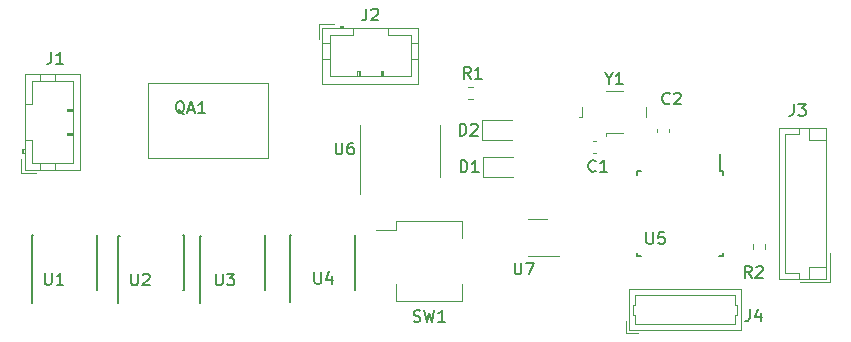
<source format=gbr>
%TF.GenerationSoftware,KiCad,Pcbnew,(6.0.7)*%
%TF.CreationDate,2023-02-24T11:48:17+01:00*%
%TF.ProjectId,freqcount,66726571-636f-4756-9e74-2e6b69636164,rev?*%
%TF.SameCoordinates,PX640f3c0PY67de938*%
%TF.FileFunction,Legend,Top*%
%TF.FilePolarity,Positive*%
%FSLAX46Y46*%
G04 Gerber Fmt 4.6, Leading zero omitted, Abs format (unit mm)*
G04 Created by KiCad (PCBNEW (6.0.7)) date 2023-02-24 11:48:17*
%MOMM*%
%LPD*%
G01*
G04 APERTURE LIST*
%ADD10C,0.150000*%
%ADD11C,0.120000*%
G04 APERTURE END LIST*
D10*
%TO.C,J4*%
X64676666Y2612620D02*
X64676666Y1898334D01*
X64629047Y1755477D01*
X64533809Y1660239D01*
X64390952Y1612620D01*
X64295714Y1612620D01*
X65581428Y2279286D02*
X65581428Y1612620D01*
X65343333Y2660239D02*
X65105238Y1945953D01*
X65724285Y1945953D01*
%TO.C,J1*%
X5536666Y24387620D02*
X5536666Y23673334D01*
X5489047Y23530477D01*
X5393809Y23435239D01*
X5250952Y23387620D01*
X5155714Y23387620D01*
X6536666Y23387620D02*
X5965238Y23387620D01*
X6250952Y23387620D02*
X6250952Y24387620D01*
X6155714Y24244762D01*
X6060476Y24149524D01*
X5965238Y24101905D01*
%TO.C,U6*%
X29598095Y16727620D02*
X29598095Y15918096D01*
X29645714Y15822858D01*
X29693333Y15775239D01*
X29788571Y15727620D01*
X29979047Y15727620D01*
X30074285Y15775239D01*
X30121904Y15822858D01*
X30169523Y15918096D01*
X30169523Y16727620D01*
X31074285Y16727620D02*
X30883809Y16727620D01*
X30788571Y16680000D01*
X30740952Y16632381D01*
X30645714Y16489524D01*
X30598095Y16299048D01*
X30598095Y15918096D01*
X30645714Y15822858D01*
X30693333Y15775239D01*
X30788571Y15727620D01*
X30979047Y15727620D01*
X31074285Y15775239D01*
X31121904Y15822858D01*
X31169523Y15918096D01*
X31169523Y16156191D01*
X31121904Y16251429D01*
X31074285Y16299048D01*
X30979047Y16346667D01*
X30788571Y16346667D01*
X30693333Y16299048D01*
X30645714Y16251429D01*
X30598095Y16156191D01*
%TO.C,R2*%
X64813333Y5257620D02*
X64480000Y5733810D01*
X64241904Y5257620D02*
X64241904Y6257620D01*
X64622857Y6257620D01*
X64718095Y6210000D01*
X64765714Y6162381D01*
X64813333Y6067143D01*
X64813333Y5924286D01*
X64765714Y5829048D01*
X64718095Y5781429D01*
X64622857Y5733810D01*
X64241904Y5733810D01*
X65194285Y6162381D02*
X65241904Y6210000D01*
X65337142Y6257620D01*
X65575238Y6257620D01*
X65670476Y6210000D01*
X65718095Y6162381D01*
X65765714Y6067143D01*
X65765714Y5971905D01*
X65718095Y5829048D01*
X65146666Y5257620D01*
X65765714Y5257620D01*
%TO.C,D1*%
X40191904Y14217620D02*
X40191904Y15217620D01*
X40430000Y15217620D01*
X40572857Y15170000D01*
X40668095Y15074762D01*
X40715714Y14979524D01*
X40763333Y14789048D01*
X40763333Y14646191D01*
X40715714Y14455715D01*
X40668095Y14360477D01*
X40572857Y14265239D01*
X40430000Y14217620D01*
X40191904Y14217620D01*
X41715714Y14217620D02*
X41144285Y14217620D01*
X41430000Y14217620D02*
X41430000Y15217620D01*
X41334761Y15074762D01*
X41239523Y14979524D01*
X41144285Y14931905D01*
%TO.C,D2*%
X40101904Y17317620D02*
X40101904Y18317620D01*
X40340000Y18317620D01*
X40482857Y18270000D01*
X40578095Y18174762D01*
X40625714Y18079524D01*
X40673333Y17889048D01*
X40673333Y17746191D01*
X40625714Y17555715D01*
X40578095Y17460477D01*
X40482857Y17365239D01*
X40340000Y17317620D01*
X40101904Y17317620D01*
X41054285Y18222381D02*
X41101904Y18270000D01*
X41197142Y18317620D01*
X41435238Y18317620D01*
X41530476Y18270000D01*
X41578095Y18222381D01*
X41625714Y18127143D01*
X41625714Y18031905D01*
X41578095Y17889048D01*
X41006666Y17317620D01*
X41625714Y17317620D01*
%TO.C,C2*%
X57893333Y20047858D02*
X57845714Y20000239D01*
X57702857Y19952620D01*
X57607619Y19952620D01*
X57464761Y20000239D01*
X57369523Y20095477D01*
X57321904Y20190715D01*
X57274285Y20381191D01*
X57274285Y20524048D01*
X57321904Y20714524D01*
X57369523Y20809762D01*
X57464761Y20905000D01*
X57607619Y20952620D01*
X57702857Y20952620D01*
X57845714Y20905000D01*
X57893333Y20857381D01*
X58274285Y20857381D02*
X58321904Y20905000D01*
X58417142Y20952620D01*
X58655238Y20952620D01*
X58750476Y20905000D01*
X58798095Y20857381D01*
X58845714Y20762143D01*
X58845714Y20666905D01*
X58798095Y20524048D01*
X58226666Y19952620D01*
X58845714Y19952620D01*
%TO.C,R1*%
X41023333Y22137620D02*
X40690000Y22613810D01*
X40451904Y22137620D02*
X40451904Y23137620D01*
X40832857Y23137620D01*
X40928095Y23090000D01*
X40975714Y23042381D01*
X41023333Y22947143D01*
X41023333Y22804286D01*
X40975714Y22709048D01*
X40928095Y22661429D01*
X40832857Y22613810D01*
X40451904Y22613810D01*
X41975714Y22137620D02*
X41404285Y22137620D01*
X41690000Y22137620D02*
X41690000Y23137620D01*
X41594761Y22994762D01*
X41499523Y22899524D01*
X41404285Y22851905D01*
%TO.C,QA1*%
X16796190Y19142381D02*
X16700952Y19190000D01*
X16605714Y19285239D01*
X16462857Y19428096D01*
X16367619Y19475715D01*
X16272380Y19475715D01*
X16320000Y19237620D02*
X16224761Y19285239D01*
X16129523Y19380477D01*
X16081904Y19570953D01*
X16081904Y19904286D01*
X16129523Y20094762D01*
X16224761Y20190000D01*
X16320000Y20237620D01*
X16510476Y20237620D01*
X16605714Y20190000D01*
X16700952Y20094762D01*
X16748571Y19904286D01*
X16748571Y19570953D01*
X16700952Y19380477D01*
X16605714Y19285239D01*
X16510476Y19237620D01*
X16320000Y19237620D01*
X17129523Y19523334D02*
X17605714Y19523334D01*
X17034285Y19237620D02*
X17367619Y20237620D01*
X17700952Y19237620D01*
X18558095Y19237620D02*
X17986666Y19237620D01*
X18272380Y19237620D02*
X18272380Y20237620D01*
X18177142Y20094762D01*
X18081904Y19999524D01*
X17986666Y19951905D01*
%TO.C,C1*%
X51623333Y14347858D02*
X51575714Y14300239D01*
X51432857Y14252620D01*
X51337619Y14252620D01*
X51194761Y14300239D01*
X51099523Y14395477D01*
X51051904Y14490715D01*
X51004285Y14681191D01*
X51004285Y14824048D01*
X51051904Y15014524D01*
X51099523Y15109762D01*
X51194761Y15205000D01*
X51337619Y15252620D01*
X51432857Y15252620D01*
X51575714Y15205000D01*
X51623333Y15157381D01*
X52575714Y14252620D02*
X52004285Y14252620D01*
X52290000Y14252620D02*
X52290000Y15252620D01*
X52194761Y15109762D01*
X52099523Y15014524D01*
X52004285Y14966905D01*
%TO.C,Y1*%
X52713809Y22143810D02*
X52713809Y21667620D01*
X52380476Y22667620D02*
X52713809Y22143810D01*
X53047142Y22667620D01*
X53904285Y21667620D02*
X53332857Y21667620D01*
X53618571Y21667620D02*
X53618571Y22667620D01*
X53523333Y22524762D01*
X53428095Y22429524D01*
X53332857Y22381905D01*
%TO.C,U2*%
X12278095Y5637620D02*
X12278095Y4828096D01*
X12325714Y4732858D01*
X12373333Y4685239D01*
X12468571Y4637620D01*
X12659047Y4637620D01*
X12754285Y4685239D01*
X12801904Y4732858D01*
X12849523Y4828096D01*
X12849523Y5637620D01*
X13278095Y5542381D02*
X13325714Y5590000D01*
X13420952Y5637620D01*
X13659047Y5637620D01*
X13754285Y5590000D01*
X13801904Y5542381D01*
X13849523Y5447143D01*
X13849523Y5351905D01*
X13801904Y5209048D01*
X13230476Y4637620D01*
X13849523Y4637620D01*
%TO.C,U7*%
X44758095Y6567620D02*
X44758095Y5758096D01*
X44805714Y5662858D01*
X44853333Y5615239D01*
X44948571Y5567620D01*
X45139047Y5567620D01*
X45234285Y5615239D01*
X45281904Y5662858D01*
X45329523Y5758096D01*
X45329523Y6567620D01*
X45710476Y6567620D02*
X46377142Y6567620D01*
X45948571Y5567620D01*
%TO.C,U1*%
X4988095Y5697620D02*
X4988095Y4888096D01*
X5035714Y4792858D01*
X5083333Y4745239D01*
X5178571Y4697620D01*
X5369047Y4697620D01*
X5464285Y4745239D01*
X5511904Y4792858D01*
X5559523Y4888096D01*
X5559523Y5697620D01*
X6559523Y4697620D02*
X5988095Y4697620D01*
X6273809Y4697620D02*
X6273809Y5697620D01*
X6178571Y5554762D01*
X6083333Y5459524D01*
X5988095Y5411905D01*
%TO.C,J2*%
X32206666Y28077620D02*
X32206666Y27363334D01*
X32159047Y27220477D01*
X32063809Y27125239D01*
X31920952Y27077620D01*
X31825714Y27077620D01*
X32635238Y27982381D02*
X32682857Y28030000D01*
X32778095Y28077620D01*
X33016190Y28077620D01*
X33111428Y28030000D01*
X33159047Y27982381D01*
X33206666Y27887143D01*
X33206666Y27791905D01*
X33159047Y27649048D01*
X32587619Y27077620D01*
X33206666Y27077620D01*
%TO.C,U5*%
X55908095Y9137620D02*
X55908095Y8328096D01*
X55955714Y8232858D01*
X56003333Y8185239D01*
X56098571Y8137620D01*
X56289047Y8137620D01*
X56384285Y8185239D01*
X56431904Y8232858D01*
X56479523Y8328096D01*
X56479523Y9137620D01*
X57431904Y9137620D02*
X56955714Y9137620D01*
X56908095Y8661429D01*
X56955714Y8709048D01*
X57050952Y8756667D01*
X57289047Y8756667D01*
X57384285Y8709048D01*
X57431904Y8661429D01*
X57479523Y8566191D01*
X57479523Y8328096D01*
X57431904Y8232858D01*
X57384285Y8185239D01*
X57289047Y8137620D01*
X57050952Y8137620D01*
X56955714Y8185239D01*
X56908095Y8232858D01*
%TO.C,U3*%
X19458095Y5637620D02*
X19458095Y4828096D01*
X19505714Y4732858D01*
X19553333Y4685239D01*
X19648571Y4637620D01*
X19839047Y4637620D01*
X19934285Y4685239D01*
X19981904Y4732858D01*
X20029523Y4828096D01*
X20029523Y5637620D01*
X20410476Y5637620D02*
X21029523Y5637620D01*
X20696190Y5256667D01*
X20839047Y5256667D01*
X20934285Y5209048D01*
X20981904Y5161429D01*
X21029523Y5066191D01*
X21029523Y4828096D01*
X20981904Y4732858D01*
X20934285Y4685239D01*
X20839047Y4637620D01*
X20553333Y4637620D01*
X20458095Y4685239D01*
X20410476Y4732858D01*
%TO.C,J3*%
X68386666Y19997620D02*
X68386666Y19283334D01*
X68339047Y19140477D01*
X68243809Y19045239D01*
X68100952Y18997620D01*
X68005714Y18997620D01*
X68767619Y19997620D02*
X69386666Y19997620D01*
X69053333Y19616667D01*
X69196190Y19616667D01*
X69291428Y19569048D01*
X69339047Y19521429D01*
X69386666Y19426191D01*
X69386666Y19188096D01*
X69339047Y19092858D01*
X69291428Y19045239D01*
X69196190Y18997620D01*
X68910476Y18997620D01*
X68815238Y19045239D01*
X68767619Y19092858D01*
%TO.C,U4*%
X27798095Y5777620D02*
X27798095Y4968096D01*
X27845714Y4872858D01*
X27893333Y4825239D01*
X27988571Y4777620D01*
X28179047Y4777620D01*
X28274285Y4825239D01*
X28321904Y4872858D01*
X28369523Y4968096D01*
X28369523Y5777620D01*
X29274285Y5444286D02*
X29274285Y4777620D01*
X29036190Y5825239D02*
X28798095Y5110953D01*
X29417142Y5110953D01*
%TO.C,SW1*%
X36196666Y1595239D02*
X36339523Y1547620D01*
X36577619Y1547620D01*
X36672857Y1595239D01*
X36720476Y1642858D01*
X36768095Y1738096D01*
X36768095Y1833334D01*
X36720476Y1928572D01*
X36672857Y1976191D01*
X36577619Y2023810D01*
X36387142Y2071429D01*
X36291904Y2119048D01*
X36244285Y2166667D01*
X36196666Y2261905D01*
X36196666Y2357143D01*
X36244285Y2452381D01*
X36291904Y2500000D01*
X36387142Y2547620D01*
X36625238Y2547620D01*
X36768095Y2500000D01*
X37101428Y2547620D02*
X37339523Y1547620D01*
X37530000Y2261905D01*
X37720476Y1547620D01*
X37958571Y2547620D01*
X38863333Y1547620D02*
X38291904Y1547620D01*
X38577619Y1547620D02*
X38577619Y2547620D01*
X38482380Y2404762D01*
X38387142Y2309524D01*
X38291904Y2261905D01*
D11*
%TO.C,J4*%
X54160000Y595000D02*
X54160000Y1595000D01*
X54160000Y595000D02*
X55160000Y595000D01*
X54760000Y2145000D02*
X54760000Y2945000D01*
X63920000Y4305000D02*
X54450000Y4305000D01*
X63410000Y2145000D02*
X63610000Y2145000D01*
X59185000Y1395000D02*
X54960000Y1395000D01*
X54450000Y885000D02*
X63920000Y885000D01*
X63610000Y2145000D02*
X63610000Y2945000D01*
X63410000Y1395000D02*
X63410000Y2145000D01*
X59185000Y1395000D02*
X63410000Y1395000D01*
X54960000Y1395000D02*
X54960000Y2145000D01*
X63920000Y885000D02*
X63920000Y4305000D01*
X54960000Y2145000D02*
X54760000Y2145000D01*
X63610000Y2945000D02*
X63410000Y2945000D01*
X54960000Y2945000D02*
X54960000Y3795000D01*
X54760000Y2945000D02*
X54960000Y2945000D01*
X63410000Y3795000D02*
X59185000Y3795000D01*
X63410000Y2945000D02*
X63410000Y3795000D01*
X54960000Y3795000D02*
X59185000Y3795000D01*
X54450000Y4305000D02*
X54450000Y885000D01*
%TO.C,J1*%
X3260000Y16980000D02*
X3870000Y16980000D01*
X3060000Y16180000D02*
X3060000Y15880000D01*
X6870000Y17380000D02*
X6870000Y17580000D01*
X7370000Y19480000D02*
X6870000Y19480000D01*
X3060000Y15880000D02*
X3260000Y15880000D01*
X3260000Y16180000D02*
X3060000Y16180000D01*
X3260000Y14420000D02*
X7980000Y14420000D01*
X7370000Y21930000D02*
X3870000Y21930000D01*
X7370000Y19380000D02*
X6870000Y19380000D01*
X2960000Y14120000D02*
X4210000Y14120000D01*
X7980000Y14420000D02*
X7980000Y22540000D01*
X7370000Y17380000D02*
X6870000Y17380000D01*
X3160000Y16180000D02*
X3160000Y15880000D01*
X7370000Y15030000D02*
X7370000Y21930000D01*
X4570000Y14420000D02*
X4570000Y15030000D01*
X7370000Y17480000D02*
X6870000Y17480000D01*
X3870000Y21930000D02*
X3870000Y19980000D01*
X6870000Y17580000D02*
X7370000Y17580000D01*
X2960000Y15370000D02*
X2960000Y14120000D01*
X6870000Y19580000D02*
X7370000Y19580000D01*
X7980000Y22540000D02*
X3260000Y22540000D01*
X6870000Y19380000D02*
X6870000Y19580000D01*
X3870000Y15030000D02*
X7370000Y15030000D01*
X5870000Y14420000D02*
X5870000Y15030000D01*
X4570000Y22540000D02*
X4570000Y21930000D01*
X3870000Y16980000D02*
X3870000Y15030000D01*
X3870000Y19980000D02*
X3260000Y19980000D01*
X3260000Y22540000D02*
X3260000Y14420000D01*
X5870000Y22540000D02*
X5870000Y21930000D01*
%TO.C,U6*%
X38435000Y15990000D02*
X38435000Y18190000D01*
X38435000Y15990000D02*
X38435000Y13790000D01*
X31665000Y15990000D02*
X31665000Y18190000D01*
X31665000Y15990000D02*
X31665000Y12390000D01*
%TO.C,R2*%
X65982500Y8152258D02*
X65982500Y7677742D01*
X64937500Y8152258D02*
X64937500Y7677742D01*
%TO.C,D1*%
X42040000Y15540000D02*
X44590000Y15540000D01*
X42040000Y15540000D02*
X42040000Y13840000D01*
X42040000Y13840000D02*
X44590000Y13840000D01*
%TO.C,D2*%
X41990000Y18610000D02*
X44540000Y18610000D01*
X41990000Y18610000D02*
X41990000Y16910000D01*
X41990000Y16910000D02*
X44540000Y16910000D01*
%TO.C,C2*%
X57820000Y17629420D02*
X57820000Y17910580D01*
X56800000Y17629420D02*
X56800000Y17910580D01*
%TO.C,R1*%
X41242258Y20407500D02*
X40767742Y20407500D01*
X41242258Y21452500D02*
X40767742Y21452500D01*
%TO.C,QA1*%
X13756000Y21796000D02*
X23916000Y21796000D01*
X23916000Y21796000D02*
X23916000Y15446000D01*
X23916000Y15446000D02*
X13756000Y15446000D01*
X13756000Y15446000D02*
X13756000Y21796000D01*
%TO.C,C1*%
X51394420Y16895000D02*
X51675580Y16895000D01*
X51394420Y15875000D02*
X51675580Y15875000D01*
%TO.C,Y1*%
X52490000Y17520000D02*
X52490000Y17280000D01*
X55890000Y19720000D02*
X55890000Y18920000D01*
X52490000Y21120000D02*
X53890000Y21120000D01*
X53890000Y17520000D02*
X52490000Y17520000D01*
X50190000Y18920000D02*
X50490000Y18920000D01*
X50490000Y18920000D02*
X50490000Y19720000D01*
D10*
%TO.C,U2*%
X11210000Y8850000D02*
X11310000Y8850000D01*
X16735000Y4225000D02*
X16735000Y8875000D01*
X16735000Y8875000D02*
X16710000Y8875000D01*
X16735000Y4225000D02*
X16710000Y4225000D01*
X11210000Y3150000D02*
X11210000Y8850000D01*
D11*
%TO.C,U7*%
X46690000Y10230000D02*
X45890000Y10230000D01*
X46690000Y7110000D02*
X48490000Y7110000D01*
X46690000Y7110000D02*
X45890000Y7110000D01*
X46690000Y10230000D02*
X47490000Y10230000D01*
D10*
%TO.C,U1*%
X9385000Y8895000D02*
X9360000Y8895000D01*
X9385000Y4245000D02*
X9385000Y8895000D01*
X3860000Y8870000D02*
X3960000Y8870000D01*
X3860000Y3170000D02*
X3860000Y8870000D01*
X9385000Y4245000D02*
X9360000Y4245000D01*
D11*
%TO.C,J2*%
X28480000Y26440000D02*
X28480000Y21720000D01*
X36600000Y25130000D02*
X35990000Y25130000D01*
X28480000Y21720000D02*
X36600000Y21720000D01*
X28480000Y25130000D02*
X29090000Y25130000D01*
X36600000Y26440000D02*
X28480000Y26440000D01*
X33440000Y22830000D02*
X33640000Y22830000D01*
X31540000Y22330000D02*
X31540000Y22830000D01*
X33440000Y22330000D02*
X33440000Y22830000D01*
X35990000Y22330000D02*
X35990000Y25830000D01*
X35990000Y25830000D02*
X34040000Y25830000D01*
X31440000Y22830000D02*
X31640000Y22830000D01*
X30240000Y26640000D02*
X29940000Y26640000D01*
X33640000Y22830000D02*
X33640000Y22330000D01*
X31040000Y26440000D02*
X31040000Y25830000D01*
X29090000Y25830000D02*
X29090000Y22330000D01*
X28480000Y23830000D02*
X29090000Y23830000D01*
X31440000Y22330000D02*
X31440000Y22830000D01*
X36600000Y21720000D02*
X36600000Y26440000D01*
X36600000Y23830000D02*
X35990000Y23830000D01*
X31040000Y25830000D02*
X29090000Y25830000D01*
X29090000Y22330000D02*
X35990000Y22330000D01*
X33540000Y22330000D02*
X33540000Y22830000D01*
X30240000Y26440000D02*
X30240000Y26640000D01*
X29940000Y26640000D02*
X29940000Y26440000D01*
X28180000Y26740000D02*
X28180000Y25490000D01*
X29430000Y26740000D02*
X28180000Y26740000D01*
X31640000Y22830000D02*
X31640000Y22330000D01*
X30240000Y26540000D02*
X29940000Y26540000D01*
X34040000Y25830000D02*
X34040000Y26440000D01*
D10*
%TO.C,U5*%
X55145000Y14345000D02*
X55145000Y14020000D01*
X55145000Y14345000D02*
X55470000Y14345000D01*
X62395000Y7095000D02*
X62395000Y7420000D01*
X62395000Y14345000D02*
X62170000Y14345000D01*
X55145000Y7095000D02*
X55470000Y7095000D01*
X62170000Y14345000D02*
X62170000Y15770000D01*
X62395000Y7095000D02*
X62070000Y7095000D01*
X62395000Y14345000D02*
X62395000Y14020000D01*
X55145000Y7095000D02*
X55145000Y7420000D01*
%TO.C,U3*%
X23615000Y4235000D02*
X23615000Y8885000D01*
X18090000Y8860000D02*
X18190000Y8860000D01*
X23615000Y8885000D02*
X23590000Y8885000D01*
X23615000Y4235000D02*
X23590000Y4235000D01*
X18090000Y3160000D02*
X18090000Y8860000D01*
D11*
%TO.C,J3*%
X69650000Y6210000D02*
X71150000Y6210000D01*
X69650000Y17930000D02*
X69650000Y16930000D01*
X67630000Y17430000D02*
X68840000Y17430000D01*
X68840000Y17430000D02*
X68840000Y17930000D01*
X71150000Y17930000D02*
X67130000Y17930000D01*
X69650000Y16930000D02*
X71150000Y16930000D01*
X69650000Y5210000D02*
X69650000Y6210000D01*
X71150000Y5210000D02*
X71150000Y17930000D01*
X68840000Y5710000D02*
X67630000Y5710000D01*
X67130000Y17930000D02*
X67130000Y5210000D01*
X67630000Y5710000D02*
X67630000Y17430000D01*
X71450000Y4910000D02*
X71450000Y7410000D01*
X67130000Y5210000D02*
X71150000Y5210000D01*
X68840000Y5210000D02*
X68840000Y5710000D01*
X68950000Y4910000D02*
X71450000Y4910000D01*
D10*
%TO.C,U4*%
X31275000Y4275000D02*
X31250000Y4275000D01*
X31275000Y8925000D02*
X31250000Y8925000D01*
X25750000Y8900000D02*
X25850000Y8900000D01*
X25750000Y3200000D02*
X25750000Y8900000D01*
X31275000Y4275000D02*
X31275000Y8925000D01*
D11*
%TO.C,SW1*%
X34740000Y10101000D02*
X40260000Y10101000D01*
X33054000Y9285000D02*
X34740000Y9285000D01*
X40260000Y4734000D02*
X40260000Y3299000D01*
X40260000Y10101000D02*
X40260000Y8666000D01*
X34740000Y4734000D02*
X34740000Y3299000D01*
X34740000Y10101000D02*
X34740000Y9285000D01*
X34740000Y3299000D02*
X40260000Y3299000D01*
%TD*%
M02*

</source>
